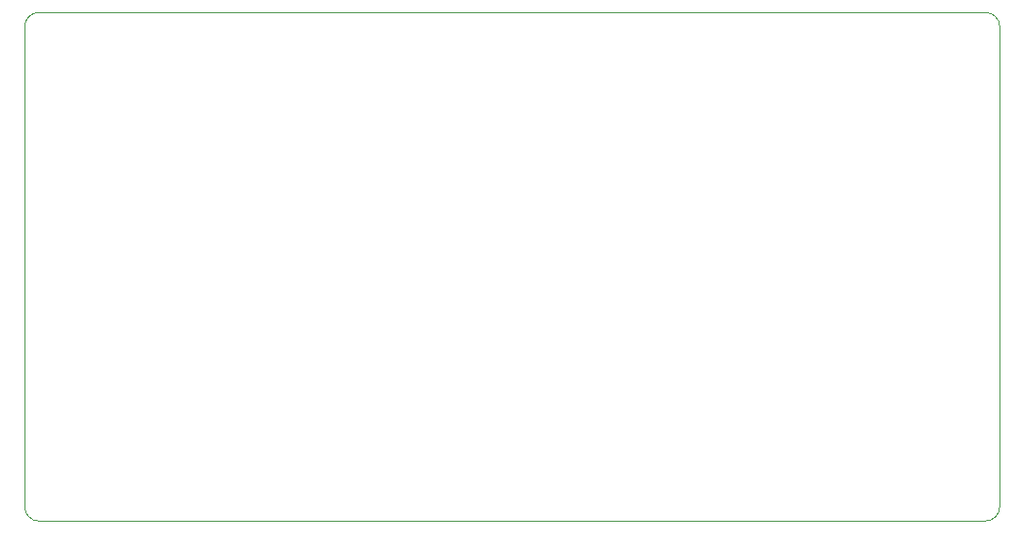
<source format=gm1>
%TF.GenerationSoftware,KiCad,Pcbnew,5.1.6-c6e7f7d~87~ubuntu18.04.1*%
%TF.CreationDate,2020-11-08T14:53:35+00:00*%
%TF.ProjectId,icepill,69636570-696c-46c2-9e6b-696361645f70,1*%
%TF.SameCoordinates,Original*%
%TF.FileFunction,Profile,NP*%
%FSLAX46Y46*%
G04 Gerber Fmt 4.6, Leading zero omitted, Abs format (unit mm)*
G04 Created by KiCad (PCBNEW 5.1.6-c6e7f7d~87~ubuntu18.04.1) date 2020-11-08 14:53:35*
%MOMM*%
%LPD*%
G01*
G04 APERTURE LIST*
%TA.AperFunction,Profile*%
%ADD10C,0.050000*%
%TD*%
G04 APERTURE END LIST*
D10*
X137160000Y-50800000D02*
G75*
G02*
X138430000Y-52070000I0J-1270000D01*
G01*
X138430000Y-95250000D02*
G75*
G02*
X137160000Y-96520000I-1270000J0D01*
G01*
X52070000Y-96520000D02*
G75*
G02*
X50800000Y-95250000I0J1270000D01*
G01*
X50800000Y-52070000D02*
G75*
G02*
X52070000Y-50800000I1270000J0D01*
G01*
X50800000Y-95250000D02*
X50800000Y-52070000D01*
X137160000Y-96520000D02*
X52070000Y-96520000D01*
X138430000Y-52070000D02*
X138430000Y-95250000D01*
X52070000Y-50800000D02*
X137160000Y-50800000D01*
M02*

</source>
